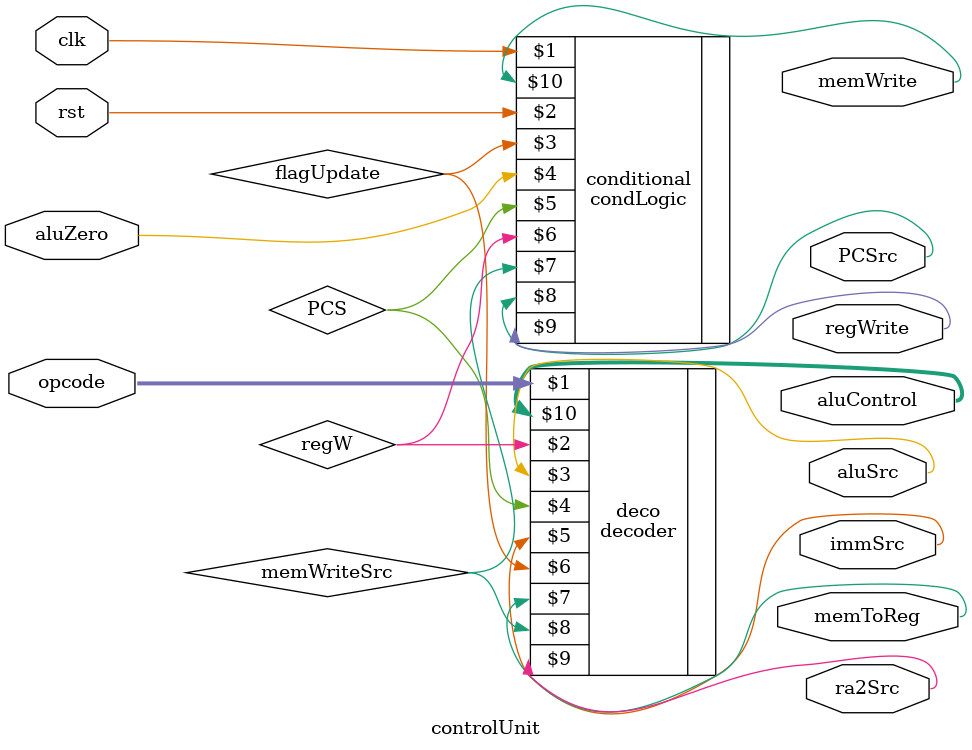
<source format=sv>
module controlUnit(input logic clk, rst, aluZero, input logic[3:0] opcode, 
					output logic regWrite, aluSrc, PCSrc, immSrc,memToReg,memWrite,ra2Src, 
					output logic [1:0]  aluControl);
						
logic PCS, regW, flagUpdate, memWriteSrc;
			
	decoder deco(opcode, regW, aluSrc, PCS, immSrc,flagUpdate,memToReg,memWriteSrc,ra2Src, aluControl);
   condLogic conditional(clk, rst, flagUpdate,aluZero, PCS, regW,memWriteSrc, PCSrc, regWrite, memWrite);


endmodule 
</source>
